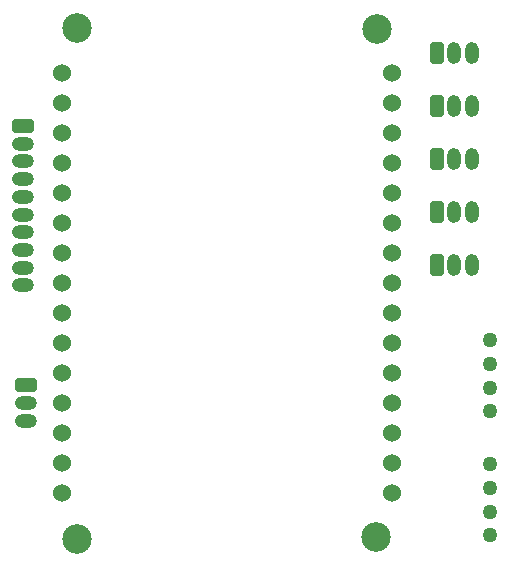
<source format=gbr>
%TF.GenerationSoftware,KiCad,Pcbnew,8.0.6*%
%TF.CreationDate,2025-03-28T19:17:51-04:00*%
%TF.ProjectId,Microcontroller boards,4d696372-6f63-46f6-9e74-726f6c6c6572,rev?*%
%TF.SameCoordinates,Original*%
%TF.FileFunction,Soldermask,Bot*%
%TF.FilePolarity,Negative*%
%FSLAX46Y46*%
G04 Gerber Fmt 4.6, Leading zero omitted, Abs format (unit mm)*
G04 Created by KiCad (PCBNEW 8.0.6) date 2025-03-28 19:17:51*
%MOMM*%
%LPD*%
G01*
G04 APERTURE LIST*
G04 Aperture macros list*
%AMRoundRect*
0 Rectangle with rounded corners*
0 $1 Rounding radius*
0 $2 $3 $4 $5 $6 $7 $8 $9 X,Y pos of 4 corners*
0 Add a 4 corners polygon primitive as box body*
4,1,4,$2,$3,$4,$5,$6,$7,$8,$9,$2,$3,0*
0 Add four circle primitives for the rounded corners*
1,1,$1+$1,$2,$3*
1,1,$1+$1,$4,$5*
1,1,$1+$1,$6,$7*
1,1,$1+$1,$8,$9*
0 Add four rect primitives between the rounded corners*
20,1,$1+$1,$2,$3,$4,$5,0*
20,1,$1+$1,$4,$5,$6,$7,0*
20,1,$1+$1,$6,$7,$8,$9,0*
20,1,$1+$1,$8,$9,$2,$3,0*%
G04 Aperture macros list end*
%ADD10RoundRect,0.250000X-0.685000X0.335000X-0.685000X-0.335000X0.685000X-0.335000X0.685000X0.335000X0*%
%ADD11O,1.870000X1.170000*%
%ADD12C,2.500000*%
%ADD13RoundRect,0.250000X-0.335000X-0.685000X0.335000X-0.685000X0.335000X0.685000X-0.335000X0.685000X0*%
%ADD14O,1.170000X1.870000*%
%ADD15C,1.270000*%
%ADD16C,1.524000*%
G04 APERTURE END LIST*
D10*
%TO.C,J6*%
X99720400Y-91897200D03*
D11*
X99720400Y-93397200D03*
X99720400Y-94897200D03*
%TD*%
D12*
%TO.C,2.5mm*%
X129362200Y-104724200D03*
%TD*%
%TO.C,2.5mm*%
X129438400Y-61722000D03*
%TD*%
D13*
%TO.C,J5*%
X134500000Y-68250000D03*
D14*
X136000000Y-68250000D03*
X137500000Y-68250000D03*
%TD*%
D10*
%TO.C,J10*%
X99491800Y-69951600D03*
D11*
X99491800Y-71451600D03*
X99491800Y-72951600D03*
X99491800Y-74451600D03*
X99491800Y-75951600D03*
X99491800Y-77451600D03*
X99491800Y-78951600D03*
X99491800Y-80451600D03*
X99491800Y-81951600D03*
X99491800Y-83451600D03*
%TD*%
D13*
%TO.C,J3*%
X134500000Y-77250000D03*
D14*
X136000000Y-77250000D03*
X137500000Y-77250000D03*
%TD*%
D13*
%TO.C,J4*%
X134500000Y-72750000D03*
D14*
X136000000Y-72750000D03*
X137500000Y-72750000D03*
%TD*%
D13*
%TO.C,J8*%
X134500000Y-81750000D03*
D14*
X136000000Y-81750000D03*
X137500000Y-81750000D03*
%TD*%
D12*
%TO.C,2.5mm*%
X104063800Y-61671200D03*
%TD*%
D15*
%TO.C,J2*%
X139017400Y-88104901D03*
X139017400Y-90104900D03*
X139017400Y-92104901D03*
X139017400Y-94104899D03*
%TD*%
D16*
%TO.C,U1*%
X102780000Y-65470000D03*
X102780000Y-68010000D03*
X102780000Y-70550000D03*
X102780000Y-73090000D03*
X102780000Y-75630000D03*
X102780000Y-78170000D03*
X102780000Y-80710000D03*
X102780000Y-83250000D03*
X102780000Y-85790000D03*
X102780000Y-88330000D03*
X102780000Y-90870000D03*
X102780000Y-93410000D03*
X102780000Y-95950000D03*
X102780000Y-98490000D03*
X102780000Y-101030000D03*
X130720000Y-101030000D03*
X130720000Y-98490000D03*
X130720000Y-95950000D03*
X130720000Y-93410000D03*
X130720000Y-90870000D03*
X130720000Y-88330000D03*
X130720000Y-85790000D03*
X130720000Y-83250000D03*
X130720000Y-80710000D03*
X130720000Y-78170000D03*
X130720000Y-75630000D03*
X130720000Y-73090000D03*
X130720000Y-70550000D03*
X130720000Y-68010000D03*
X130720000Y-65470000D03*
%TD*%
D13*
%TO.C,J7*%
X134500000Y-63750000D03*
D14*
X136000000Y-63750000D03*
X137500000Y-63750000D03*
%TD*%
D15*
%TO.C,J1*%
X139017400Y-98604901D03*
X139017400Y-100604900D03*
X139017400Y-102604901D03*
X139017400Y-104604899D03*
%TD*%
D12*
%TO.C,2.5mm*%
X104063800Y-104902000D03*
%TD*%
M02*

</source>
